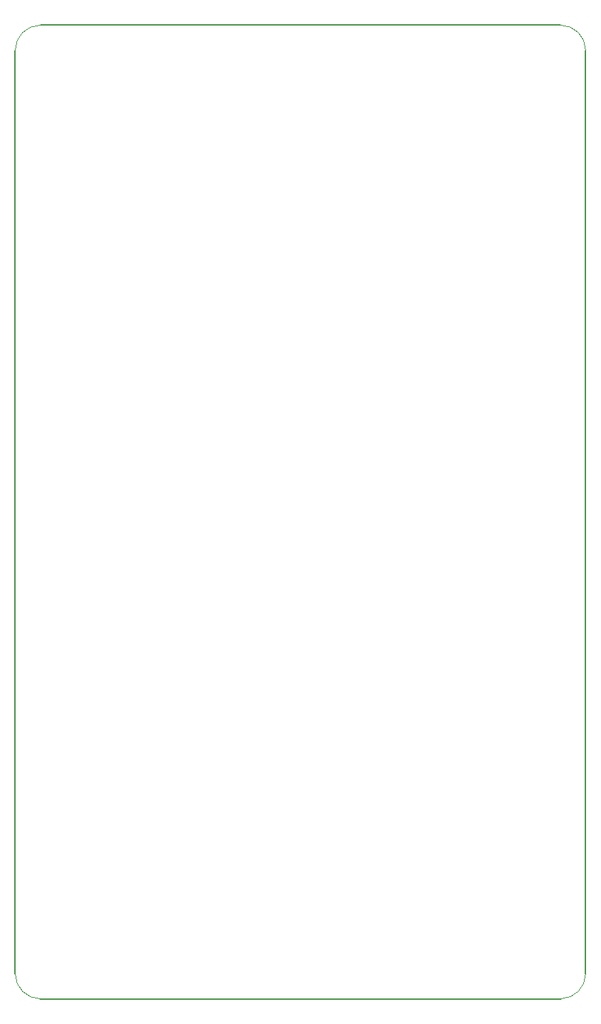
<source format=gbr>
%TF.GenerationSoftware,KiCad,Pcbnew,(6.0.9)*%
%TF.CreationDate,2023-01-10T14:41:22+08:00*%
%TF.ProjectId,keyboard-nano,6b657962-6f61-4726-942d-6e616e6f2e6b,rev?*%
%TF.SameCoordinates,Original*%
%TF.FileFunction,Profile,NP*%
%FSLAX46Y46*%
G04 Gerber Fmt 4.6, Leading zero omitted, Abs format (unit mm)*
G04 Created by KiCad (PCBNEW (6.0.9)) date 2023-01-10 14:41:22*
%MOMM*%
%LPD*%
G01*
G04 APERTURE LIST*
%TA.AperFunction,Profile*%
%ADD10C,0.100000*%
%TD*%
%TA.AperFunction,Profile*%
%ADD11C,0.200000*%
%TD*%
G04 APERTURE END LIST*
D10*
X108290000Y-152150000D02*
G75*
G03*
X111290000Y-155150000I3000000J0D01*
G01*
D11*
X173290000Y-155150000D02*
X111290000Y-155150000D01*
X176290000Y-42150000D02*
X176290000Y-152150000D01*
D10*
X111290000Y-39150000D02*
G75*
G03*
X108290000Y-42150000I0J-3000000D01*
G01*
D11*
X108290000Y-152150000D02*
X108290000Y-42150000D01*
D10*
X173290000Y-155150000D02*
G75*
G03*
X176290000Y-152150000I0J3000000D01*
G01*
D11*
X111290000Y-39150000D02*
X173290000Y-39150000D01*
D10*
X176290000Y-42150000D02*
G75*
G03*
X173290000Y-39150000I-3000000J0D01*
G01*
M02*

</source>
